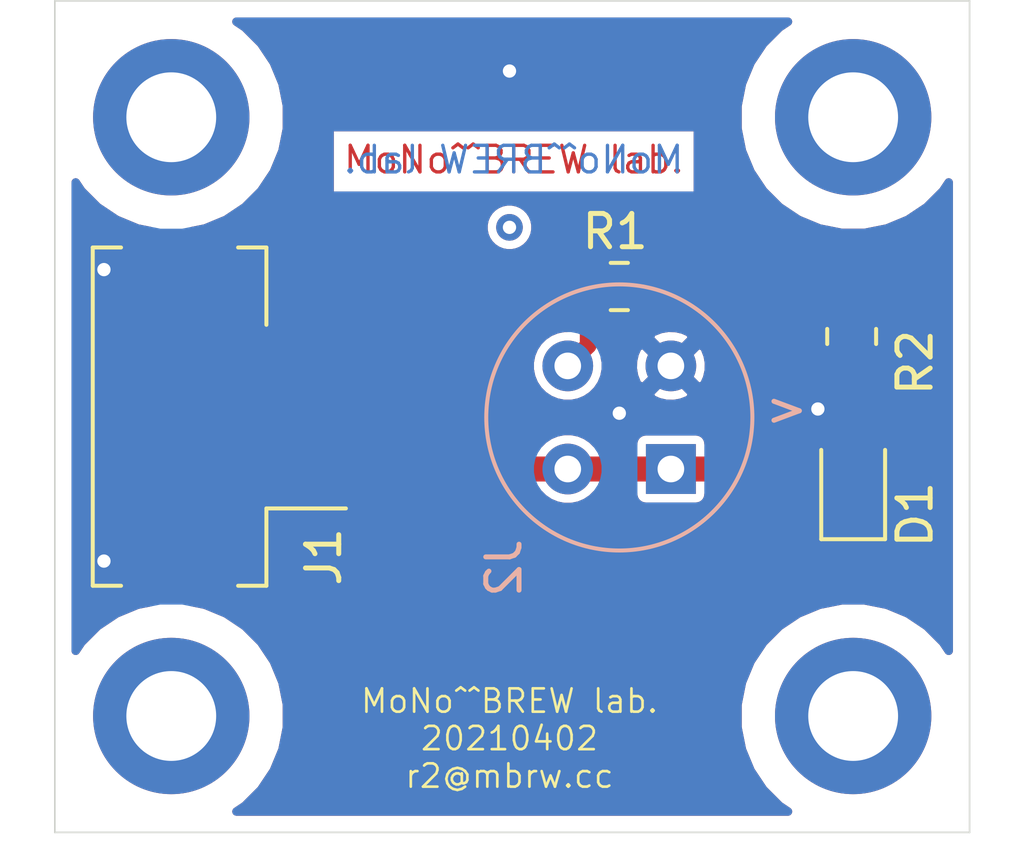
<source format=kicad_pcb>
(kicad_pcb (version 20171130) (host pcbnew 5.1.9)

  (general
    (thickness 1.6)
    (drawings 8)
    (tracks 26)
    (zones 0)
    (modules 9)
    (nets 5)
  )

  (page A4)
  (layers
    (0 F.Cu signal)
    (31 B.Cu jumper)
    (32 B.Adhes user)
    (33 F.Adhes user)
    (34 B.Paste user)
    (35 F.Paste user)
    (36 B.SilkS user)
    (37 F.SilkS user)
    (38 B.Mask user)
    (39 F.Mask user)
    (40 Dwgs.User user)
    (41 Cmts.User user)
    (42 Eco1.User user)
    (43 Eco2.User user)
    (44 Edge.Cuts user)
    (45 Margin user)
    (46 B.CrtYd user)
    (47 F.CrtYd user)
    (48 B.Fab user)
    (49 F.Fab user)
  )

  (setup
    (last_trace_width 0.5)
    (trace_clearance 0.2)
    (zone_clearance 0.254)
    (zone_45_only no)
    (trace_min 0.2)
    (via_size 0.8)
    (via_drill 0.4)
    (via_min_size 0.4)
    (via_min_drill 0.3)
    (uvia_size 0.3)
    (uvia_drill 0.1)
    (uvias_allowed no)
    (uvia_min_size 0.2)
    (uvia_min_drill 0.1)
    (edge_width 0.05)
    (segment_width 0.2)
    (pcb_text_width 0.3)
    (pcb_text_size 1.5 1.5)
    (mod_edge_width 0.12)
    (mod_text_size 1 1)
    (mod_text_width 0.15)
    (pad_size 2.49936 2.49936)
    (pad_drill 1.00076)
    (pad_to_mask_clearance 0)
    (aux_axis_origin 116.433 162.928)
    (grid_origin 104.013 93.853)
    (visible_elements FFFFFF7F)
    (pcbplotparams
      (layerselection 0x010f0_ffffffff)
      (usegerberextensions false)
      (usegerberattributes false)
      (usegerberadvancedattributes false)
      (creategerberjobfile false)
      (excludeedgelayer true)
      (linewidth 0.100000)
      (plotframeref false)
      (viasonmask false)
      (mode 1)
      (useauxorigin false)
      (hpglpennumber 1)
      (hpglpenspeed 20)
      (hpglpendiameter 15.000000)
      (psnegative false)
      (psa4output false)
      (plotreference true)
      (plotvalue true)
      (plotinvisibletext false)
      (padsonsilk false)
      (subtractmaskfromsilk false)
      (outputformat 1)
      (mirror false)
      (drillshape 0)
      (scaleselection 1)
      (outputdirectory "HOLDER_SMOKE_PCBWAY_20210110"))
  )

  (net 0 "")
  (net 1 GND)
  (net 2 /SIGNAL)
  (net 3 +5V)
  (net 4 "Net-(D1-Pad2)")

  (net_class Default "This is the default net class."
    (clearance 0.2)
    (trace_width 0.5)
    (via_dia 0.8)
    (via_drill 0.4)
    (uvia_dia 0.3)
    (uvia_drill 0.1)
    (add_net +5V)
    (add_net /SIGNAL)
    (add_net GND)
    (add_net "Net-(D1-Pad2)")
  )

  (module Resistor_SMD:R_0805_2012Metric (layer F.Cu) (tedit 5F68FEEE) (tstamp 5FEBD602)
    (at 124.968 100.943 90)
    (descr "Resistor SMD 0805 (2012 Metric), square (rectangular) end terminal, IPC_7351 nominal, (Body size source: IPC-SM-782 page 72, https://www.pcb-3d.com/wordpress/wp-content/uploads/ipc-sm-782a_amendment_1_and_2.pdf), generated with kicad-footprint-generator")
    (tags resistor)
    (path /5FEBEE2B)
    (attr smd)
    (fp_text reference R2 (at -0.784 1.905 270) (layer F.SilkS)
      (effects (font (size 1 1) (thickness 0.15)))
    )
    (fp_text value 330R (at 0 1.65 90) (layer F.Fab)
      (effects (font (size 1 1) (thickness 0.15)))
    )
    (fp_line (start 1.68 0.95) (end -1.68 0.95) (layer F.CrtYd) (width 0.05))
    (fp_line (start 1.68 -0.95) (end 1.68 0.95) (layer F.CrtYd) (width 0.05))
    (fp_line (start -1.68 -0.95) (end 1.68 -0.95) (layer F.CrtYd) (width 0.05))
    (fp_line (start -1.68 0.95) (end -1.68 -0.95) (layer F.CrtYd) (width 0.05))
    (fp_line (start -0.227064 0.735) (end 0.227064 0.735) (layer F.SilkS) (width 0.12))
    (fp_line (start -0.227064 -0.735) (end 0.227064 -0.735) (layer F.SilkS) (width 0.12))
    (fp_line (start 1 0.625) (end -1 0.625) (layer F.Fab) (width 0.1))
    (fp_line (start 1 -0.625) (end 1 0.625) (layer F.Fab) (width 0.1))
    (fp_line (start -1 -0.625) (end 1 -0.625) (layer F.Fab) (width 0.1))
    (fp_line (start -1 0.625) (end -1 -0.625) (layer F.Fab) (width 0.1))
    (fp_text user %R (at 0 0 90) (layer F.Fab)
      (effects (font (size 0.5 0.5) (thickness 0.08)))
    )
    (pad 2 smd roundrect (at 0.9125 0 90) (size 1.025 1.4) (layers F.Cu F.Paste F.Mask) (roundrect_rratio 0.2439004878048781)
      (net 3 +5V))
    (pad 1 smd roundrect (at -0.9125 0 90) (size 1.025 1.4) (layers F.Cu F.Paste F.Mask) (roundrect_rratio 0.2439004878048781)
      (net 4 "Net-(D1-Pad2)"))
    (model ${KISYS3DMOD}/Resistor_SMD.3dshapes/R_0805_2012Metric.wrl
      (at (xyz 0 0 0))
      (scale (xyz 1 1 1))
      (rotate (xyz 0 0 0))
    )
  )

  (module LED_SMD:LED_0805_2012Metric (layer F.Cu) (tedit 5F68FEF1) (tstamp 5FEBD539)
    (at 125.013 105.353 90)
    (descr "LED SMD 0805 (2012 Metric), square (rectangular) end terminal, IPC_7351 nominal, (Body size source: https://docs.google.com/spreadsheets/d/1BsfQQcO9C6DZCsRaXUlFlo91Tg2WpOkGARC1WS5S8t0/edit?usp=sharing), generated with kicad-footprint-generator")
    (tags LED)
    (path /5FEBE595)
    (attr smd)
    (fp_text reference D1 (at -0.946 1.86 90) (layer F.SilkS)
      (effects (font (size 1 1) (thickness 0.15)))
    )
    (fp_text value "LED RED" (at 0 1.65 90) (layer F.Fab)
      (effects (font (size 1 1) (thickness 0.15)))
    )
    (fp_line (start 1.68 0.95) (end -1.68 0.95) (layer F.CrtYd) (width 0.05))
    (fp_line (start 1.68 -0.95) (end 1.68 0.95) (layer F.CrtYd) (width 0.05))
    (fp_line (start -1.68 -0.95) (end 1.68 -0.95) (layer F.CrtYd) (width 0.05))
    (fp_line (start -1.68 0.95) (end -1.68 -0.95) (layer F.CrtYd) (width 0.05))
    (fp_line (start -1.685 0.96) (end 1 0.96) (layer F.SilkS) (width 0.12))
    (fp_line (start -1.685 -0.96) (end -1.685 0.96) (layer F.SilkS) (width 0.12))
    (fp_line (start 1 -0.96) (end -1.685 -0.96) (layer F.SilkS) (width 0.12))
    (fp_line (start 1 0.6) (end 1 -0.6) (layer F.Fab) (width 0.1))
    (fp_line (start -1 0.6) (end 1 0.6) (layer F.Fab) (width 0.1))
    (fp_line (start -1 -0.3) (end -1 0.6) (layer F.Fab) (width 0.1))
    (fp_line (start -0.7 -0.6) (end -1 -0.3) (layer F.Fab) (width 0.1))
    (fp_line (start 1 -0.6) (end -0.7 -0.6) (layer F.Fab) (width 0.1))
    (fp_text user %R (at 0 0 90) (layer F.Fab)
      (effects (font (size 0.5 0.5) (thickness 0.08)))
    )
    (pad 2 smd roundrect (at 0.9375 0 90) (size 0.975 1.4) (layers F.Cu F.Paste F.Mask) (roundrect_rratio 0.25)
      (net 4 "Net-(D1-Pad2)"))
    (pad 1 smd roundrect (at -0.9375 0 90) (size 0.975 1.4) (layers F.Cu F.Paste F.Mask) (roundrect_rratio 0.25)
      (net 1 GND))
    (model ${KISYS3DMOD}/LED_SMD.3dshapes/LED_0805_2012Metric.wrl
      (at (xyz 0 0 0))
      (scale (xyz 1 1 1))
      (rotate (xyz 0 0 0))
    )
  )

  (module Connector_JST:JST_PH_B3B-PH-SM4-TB_1x03-1MP_P2.00mm_Vertical (layer F.Cu) (tedit 5B78AD87) (tstamp 5D7907DF)
    (at 106.513 103.353 90)
    (descr "JST PH series connector, B3B-PH-SM4-TB (http://www.jst-mfg.com/product/pdf/eng/ePH.pdf), generated with kicad-footprint-generator")
    (tags "connector JST PH side entry")
    (path /5D792D59)
    (attr smd)
    (fp_text reference J1 (at -4.216 2.58 90) (layer F.SilkS)
      (effects (font (size 1 1) (thickness 0.15)))
    )
    (fp_text value Conn_01x03 (at 0 4.45 90) (layer F.Fab)
      (effects (font (size 1 1) (thickness 0.15)))
    )
    (fp_line (start -2 0.042893) (end -1.5 0.75) (layer F.Fab) (width 0.1))
    (fp_line (start -2.5 0.75) (end -2 0.042893) (layer F.Fab) (width 0.1))
    (fp_line (start 5.7 -4.75) (end -5.7 -4.75) (layer F.CrtYd) (width 0.05))
    (fp_line (start 5.7 3.75) (end 5.7 -4.75) (layer F.CrtYd) (width 0.05))
    (fp_line (start -5.7 3.75) (end 5.7 3.75) (layer F.CrtYd) (width 0.05))
    (fp_line (start -5.7 -4.75) (end -5.7 3.75) (layer F.CrtYd) (width 0.05))
    (fp_line (start 2.25 -2.75) (end 1.75 -2.75) (layer F.Fab) (width 0.1))
    (fp_line (start 2.25 -2.25) (end 2.25 -2.75) (layer F.Fab) (width 0.1))
    (fp_line (start 1.75 -2.25) (end 2.25 -2.25) (layer F.Fab) (width 0.1))
    (fp_line (start 1.75 -2.75) (end 1.75 -2.25) (layer F.Fab) (width 0.1))
    (fp_line (start 0.25 -2.75) (end -0.25 -2.75) (layer F.Fab) (width 0.1))
    (fp_line (start 0.25 -2.25) (end 0.25 -2.75) (layer F.Fab) (width 0.1))
    (fp_line (start -0.25 -2.25) (end 0.25 -2.25) (layer F.Fab) (width 0.1))
    (fp_line (start -0.25 -2.75) (end -0.25 -2.25) (layer F.Fab) (width 0.1))
    (fp_line (start -1.75 -2.75) (end -2.25 -2.75) (layer F.Fab) (width 0.1))
    (fp_line (start -1.75 -2.25) (end -1.75 -2.75) (layer F.Fab) (width 0.1))
    (fp_line (start -2.25 -2.25) (end -1.75 -2.25) (layer F.Fab) (width 0.1))
    (fp_line (start -2.25 -2.75) (end -2.25 -2.25) (layer F.Fab) (width 0.1))
    (fp_line (start 4.975 0.75) (end 4.975 -4.25) (layer F.Fab) (width 0.1))
    (fp_line (start -4.975 0.75) (end -4.975 -4.25) (layer F.Fab) (width 0.1))
    (fp_line (start -4.975 -4.25) (end 4.975 -4.25) (layer F.Fab) (width 0.1))
    (fp_line (start 5.085 -4.36) (end 5.085 -3.51) (layer F.SilkS) (width 0.12))
    (fp_line (start -5.085 -4.36) (end 5.085 -4.36) (layer F.SilkS) (width 0.12))
    (fp_line (start -5.085 -3.51) (end -5.085 -4.36) (layer F.SilkS) (width 0.12))
    (fp_line (start 5.085 0.86) (end 2.76 0.86) (layer F.SilkS) (width 0.12))
    (fp_line (start 5.085 0.01) (end 5.085 0.86) (layer F.SilkS) (width 0.12))
    (fp_line (start -2.76 0.86) (end -2.76 3.25) (layer F.SilkS) (width 0.12))
    (fp_line (start -5.085 0.86) (end -2.76 0.86) (layer F.SilkS) (width 0.12))
    (fp_line (start -5.085 0.01) (end -5.085 0.86) (layer F.SilkS) (width 0.12))
    (fp_line (start -4.975 0.75) (end 4.975 0.75) (layer F.Fab) (width 0.1))
    (fp_text user %R (at 0 -1 90) (layer F.Fab)
      (effects (font (size 1 1) (thickness 0.15)))
    )
    (pad MP smd roundrect (at 4.4 -1.75 90) (size 1.6 3) (layers F.Cu F.Paste F.Mask) (roundrect_rratio 0.15625))
    (pad MP smd roundrect (at -4.4 -1.75 90) (size 1.6 3) (layers F.Cu F.Paste F.Mask) (roundrect_rratio 0.15625))
    (pad 3 smd roundrect (at 2 0.5 90) (size 1 5.5) (layers F.Cu F.Paste F.Mask) (roundrect_rratio 0.25)
      (net 1 GND))
    (pad 2 smd roundrect (at 0 0.5 90) (size 1 5.5) (layers F.Cu F.Paste F.Mask) (roundrect_rratio 0.25)
      (net 2 /SIGNAL))
    (pad 1 smd roundrect (at -2 0.5 90) (size 1 5.5) (layers F.Cu F.Paste F.Mask) (roundrect_rratio 0.25)
      (net 3 +5V))
    (model ${KISYS3DMOD}/Connector_JST.3dshapes/JST_PH_B3B-PH-SM4-TB_1x03-1MP_P2.00mm_Vertical.wrl
      (at (xyz 0 0 0))
      (scale (xyz 1 1 1))
      (rotate (xyz 0 0 0))
    )
  )

  (module MountingHole:MountingHole_2.7mm_M2.5_DIN965_Pad (layer F.Cu) (tedit 56D1B4CB) (tstamp 5D792618)
    (at 125.013 112.353)
    (descr "Mounting Hole 2.7mm, M2.5, DIN965")
    (tags "mounting hole 2.7mm m2.5 din965")
    (path /5D795B68)
    (clearance 1)
    (attr virtual)
    (fp_text reference H4 (at 0 -3.35) (layer F.SilkS) hide
      (effects (font (size 1 1) (thickness 0.15)))
    )
    (fp_text value MountingHole (at 0 3.35) (layer F.Fab)
      (effects (font (size 1 1) (thickness 0.15)))
    )
    (fp_circle (center 0 0) (end 2.6 0) (layer F.CrtYd) (width 0.05))
    (fp_circle (center 0 0) (end 2.35 0) (layer Cmts.User) (width 0.15))
    (fp_text user %R (at 0.3 0) (layer F.Fab)
      (effects (font (size 1 1) (thickness 0.15)))
    )
    (pad 1 thru_hole circle (at 0 0) (size 4.7 4.7) (drill 2.7) (layers *.Cu *.Mask))
  )

  (module MountingHole:MountingHole_2.7mm_M2.5_DIN965_Pad (layer F.Cu) (tedit 56D1B4CB) (tstamp 5D792610)
    (at 125.013 94.353)
    (descr "Mounting Hole 2.7mm, M2.5, DIN965")
    (tags "mounting hole 2.7mm m2.5 din965")
    (path /5D7959A7)
    (clearance 1)
    (attr virtual)
    (fp_text reference H3 (at 0 -3.35) (layer F.SilkS) hide
      (effects (font (size 1 1) (thickness 0.15)))
    )
    (fp_text value MountingHole (at 0 3.35) (layer F.Fab)
      (effects (font (size 1 1) (thickness 0.15)))
    )
    (fp_circle (center 0 0) (end 2.6 0) (layer F.CrtYd) (width 0.05))
    (fp_circle (center 0 0) (end 2.35 0) (layer Cmts.User) (width 0.15))
    (fp_text user %R (at 0.3 0) (layer F.Fab)
      (effects (font (size 1 1) (thickness 0.15)))
    )
    (pad 1 thru_hole circle (at 0 0) (size 4.7 4.7) (drill 2.7) (layers *.Cu *.Mask))
  )

  (module MountingHole:MountingHole_2.7mm_M2.5_DIN965_Pad (layer F.Cu) (tedit 56D1B4CB) (tstamp 5D7926CE)
    (at 104.513 112.353)
    (descr "Mounting Hole 2.7mm, M2.5, DIN965")
    (tags "mounting hole 2.7mm m2.5 din965")
    (path /5D795702)
    (clearance 1)
    (attr virtual)
    (fp_text reference H2 (at 0 -3.35) (layer F.SilkS) hide
      (effects (font (size 1 1) (thickness 0.15)))
    )
    (fp_text value MountingHole (at 0 3.35) (layer F.Fab)
      (effects (font (size 1 1) (thickness 0.15)))
    )
    (fp_circle (center 0 0) (end 2.6 0) (layer F.CrtYd) (width 0.05))
    (fp_circle (center 0 0) (end 2.35 0) (layer Cmts.User) (width 0.15))
    (fp_text user %R (at 0.3 0) (layer F.Fab)
      (effects (font (size 1 1) (thickness 0.15)))
    )
    (pad 1 thru_hole circle (at 0 0) (size 4.7 4.7) (drill 2.7) (layers *.Cu *.Mask))
  )

  (module MountingHole:MountingHole_2.7mm_M2.5_DIN965_Pad (layer F.Cu) (tedit 56D1B4CB) (tstamp 5D792600)
    (at 104.513 94.353)
    (descr "Mounting Hole 2.7mm, M2.5, DIN965")
    (tags "mounting hole 2.7mm m2.5 din965")
    (path /5D794FA4)
    (clearance 1)
    (attr virtual)
    (fp_text reference H1 (at 0 -3.35) (layer F.SilkS) hide
      (effects (font (size 1 1) (thickness 0.15)))
    )
    (fp_text value MountingHole (at 0 3.35) (layer F.Fab)
      (effects (font (size 1 1) (thickness 0.15)))
    )
    (fp_circle (center 0 0) (end 2.6 0) (layer F.CrtYd) (width 0.05))
    (fp_circle (center 0 0) (end 2.35 0) (layer Cmts.User) (width 0.15))
    (fp_text user %R (at 0.3 0) (layer F.Fab)
      (effects (font (size 1 1) (thickness 0.15)))
    )
    (pad 1 thru_hole circle (at 0 0) (size 4.7 4.7) (drill 2.7) (layers *.Cu *.Mask))
  )

  (module Resistor_SMD:R_0805_2012Metric (layer F.Cu) (tedit 5B36C52B) (tstamp 6063C38B)
    (at 117.983 99.441 180)
    (descr "Resistor SMD 0805 (2012 Metric), square (rectangular) end terminal, IPC_7351 nominal, (Body size source: https://docs.google.com/spreadsheets/d/1BsfQQcO9C6DZCsRaXUlFlo91Tg2WpOkGARC1WS5S8t0/edit?usp=sharing), generated with kicad-footprint-generator")
    (tags resistor)
    (path /5D78C71F)
    (attr smd)
    (fp_text reference R1 (at 0.127 1.651) (layer F.SilkS)
      (effects (font (size 1 1) (thickness 0.15)))
    )
    (fp_text value R (at 0 1.65) (layer F.Fab)
      (effects (font (size 1 1) (thickness 0.15)))
    )
    (fp_line (start 1.68 0.95) (end -1.68 0.95) (layer F.CrtYd) (width 0.05))
    (fp_line (start 1.68 -0.95) (end 1.68 0.95) (layer F.CrtYd) (width 0.05))
    (fp_line (start -1.68 -0.95) (end 1.68 -0.95) (layer F.CrtYd) (width 0.05))
    (fp_line (start -1.68 0.95) (end -1.68 -0.95) (layer F.CrtYd) (width 0.05))
    (fp_line (start -0.258578 0.71) (end 0.258578 0.71) (layer F.SilkS) (width 0.12))
    (fp_line (start -0.258578 -0.71) (end 0.258578 -0.71) (layer F.SilkS) (width 0.12))
    (fp_line (start 1 0.6) (end -1 0.6) (layer F.Fab) (width 0.1))
    (fp_line (start 1 -0.6) (end 1 0.6) (layer F.Fab) (width 0.1))
    (fp_line (start -1 -0.6) (end 1 -0.6) (layer F.Fab) (width 0.1))
    (fp_line (start -1 0.6) (end -1 -0.6) (layer F.Fab) (width 0.1))
    (fp_text user %R (at 0 0) (layer F.Fab)
      (effects (font (size 0.5 0.5) (thickness 0.08)))
    )
    (pad 2 smd roundrect (at 0.9375 0 180) (size 0.975 1.4) (layers F.Cu F.Paste F.Mask) (roundrect_rratio 0.25)
      (net 2 /SIGNAL))
    (pad 1 smd roundrect (at -0.9375 0 180) (size 0.975 1.4) (layers F.Cu F.Paste F.Mask) (roundrect_rratio 0.25)
      (net 1 GND))
    (model ${KISYS3DMOD}/Resistor_SMD.3dshapes/R_0805_2012Metric.wrl
      (at (xyz 0 0 0))
      (scale (xyz 1 1 1))
      (rotate (xyz 0 0 0))
    )
  )

  (module RESPIRECO:MP801 (layer B.Cu) (tedit 5D78B472) (tstamp 5D7907E9)
    (at 117.983 103.378 90)
    (path /5D78D2B7)
    (fp_text reference J2 (at -4.525 -3.47 270) (layer B.SilkS)
      (effects (font (size 1 1) (thickness 0.15)) (justify mirror))
    )
    (fp_text value MP801 (at 0 0.5 270) (layer B.Fab)
      (effects (font (size 1 1) (thickness 0.15)) (justify mirror))
    )
    (fp_circle (center 0 0) (end 4 0) (layer B.SilkS) (width 0.12))
    (fp_circle (center 0 0) (end 4.7 0) (layer B.CrtYd) (width 0.1))
    (pad 4 thru_hole circle (at 1.55 -1.55 90) (size 1.524 1.524) (drill 0.8) (layers *.Cu *.Mask)
      (net 2 /SIGNAL))
    (pad 3 thru_hole circle (at -1.55 -1.55 90) (size 1.524 1.524) (drill 0.8) (layers *.Cu *.Mask)
      (net 3 +5V))
    (pad 2 thru_hole circle (at 1.55 1.55 90) (size 1.524 1.524) (drill 0.8) (layers *.Cu *.Mask)
      (net 1 GND))
    (pad 1 thru_hole rect (at -1.55 1.55 90) (size 1.5 1.5) (drill 0.8) (layers *.Cu *.Mask)
      (net 3 +5V))
  )

  (gr_text "MoNo^^BREW lab." (at 114.808 95.631) (layer F.Cu) (tstamp 606941E9)
    (effects (font (size 0.8 0.8) (thickness 0.1)))
  )
  (gr_text "MoNo^^BREW lab." (at 114.808 95.631) (layer B.Cu)
    (effects (font (size 0.8 0.8) (thickness 0.1)) (justify mirror))
  )
  (gr_text "MoNo^^BREW lab.\n20210402\nr2@mbrw.cc" (at 114.681 113.03) (layer F.SilkS)
    (effects (font (size 0.7 0.7) (thickness 0.08)))
  )
  (gr_text > (at 123.013 103.251 180) (layer B.SilkS)
    (effects (font (size 1 1) (thickness 0.15)) (justify mirror))
  )
  (gr_line (start 101.013 115.853) (end 101.013 90.853) (layer Edge.Cuts) (width 0.05) (tstamp 5D790A75))
  (gr_line (start 128.513 115.853) (end 101.013 115.853) (layer Edge.Cuts) (width 0.05))
  (gr_line (start 128.513 90.853) (end 128.513 115.853) (layer Edge.Cuts) (width 0.05))
  (gr_line (start 101.013 90.853) (end 128.513 90.853) (layer Edge.Cuts) (width 0.05))

  (via (at 114.681 97.663) (size 0.8) (drill 0.4) (layers F.Cu B.Cu) (net 0))
  (via (at 102.489 98.933) (size 0.8) (drill 0.4) (layers F.Cu B.Cu) (net 1))
  (via (at 102.489 107.696) (size 0.8) (drill 0.4) (layers F.Cu B.Cu) (net 1))
  (via (at 117.983 103.251) (size 0.8) (drill 0.4) (layers F.Cu B.Cu) (net 1))
  (via (at 114.681 92.964) (size 0.8) (drill 0.4) (layers F.Cu B.Cu) (net 1))
  (via (at 123.952 103.124) (size 0.8) (drill 0.4) (layers F.Cu B.Cu) (net 1))
  (segment (start 117.0455 101.2155) (end 116.433 101.828) (width 0.5) (layer F.Cu) (net 2))
  (segment (start 117.0455 99.441) (end 117.0455 101.2155) (width 0.5) (layer F.Cu) (net 2))
  (segment (start 103.81299 100.813044) (end 104.423024 100.20301) (width 0.5) (layer F.Cu) (net 2))
  (segment (start 103.81299 102.90299) (end 103.81299 100.813044) (width 0.5) (layer F.Cu) (net 2))
  (segment (start 104.263 103.353) (end 103.81299 102.90299) (width 0.5) (layer F.Cu) (net 2))
  (segment (start 104.423024 100.20301) (end 114.68099 100.20301) (width 0.5) (layer F.Cu) (net 2))
  (segment (start 107.013 103.353) (end 104.263 103.353) (width 0.5) (layer F.Cu) (net 2))
  (segment (start 115.443 99.441) (end 117.0455 99.441) (width 0.5) (layer F.Cu) (net 2))
  (segment (start 114.68099 100.20301) (end 115.443 99.441) (width 0.5) (layer F.Cu) (net 2))
  (segment (start 107.013 105.353) (end 113.849 105.353) (width 0.75) (layer F.Cu) (net 3))
  (segment (start 114.274 104.928) (end 116.433 104.928) (width 0.75) (layer F.Cu) (net 3))
  (segment (start 113.849 105.353) (end 114.274 104.928) (width 0.75) (layer F.Cu) (net 3))
  (segment (start 116.433 104.928) (end 119.533 104.928) (width 0.75) (layer F.Cu) (net 3))
  (segment (start 122.8545 100.0305) (end 124.968 100.0305) (width 0.75) (layer F.Cu) (net 3))
  (segment (start 122.047 100.838) (end 122.8545 100.0305) (width 0.75) (layer F.Cu) (net 3))
  (segment (start 122.047 104.14) (end 122.047 100.838) (width 0.75) (layer F.Cu) (net 3))
  (segment (start 121.259 104.928) (end 122.047 104.14) (width 0.75) (layer F.Cu) (net 3))
  (segment (start 119.533 104.928) (end 121.259 104.928) (width 0.75) (layer F.Cu) (net 3))
  (segment (start 124.968 104.3705) (end 125.013 104.4155) (width 0.5) (layer F.Cu) (net 4))
  (segment (start 124.968 101.8555) (end 124.968 104.3705) (width 0.5) (layer F.Cu) (net 4))

  (zone (net 1) (net_name GND) (layer F.Cu) (tstamp 60694492) (hatch edge 0.508)
    (connect_pads (clearance 0.254))
    (min_thickness 0.254)
    (fill yes (arc_segments 32) (thermal_gap 0.254) (thermal_bridge_width 0.508))
    (polygon
      (pts
        (xy 101.513 91.353) (xy 128.013 91.353) (xy 128.013 115.353) (xy 101.513 115.353)
      )
    )
    (filled_polygon
      (pts
        (xy 122.796542 91.652238) (xy 122.312238 92.136542) (xy 121.931722 92.706023) (xy 121.669619 93.338796) (xy 121.536 94.010545)
        (xy 121.536 94.695455) (xy 121.669619 95.367204) (xy 121.931722 95.999977) (xy 122.312238 96.569458) (xy 122.796542 97.053762)
        (xy 123.366023 97.434278) (xy 123.998796 97.696381) (xy 124.670545 97.83) (xy 125.355455 97.83) (xy 126.027204 97.696381)
        (xy 126.659977 97.434278) (xy 127.229458 97.053762) (xy 127.713762 96.569458) (xy 127.886 96.311686) (xy 127.886 110.394314)
        (xy 127.713762 110.136542) (xy 127.229458 109.652238) (xy 126.659977 109.271722) (xy 126.027204 109.009619) (xy 125.355455 108.876)
        (xy 124.670545 108.876) (xy 123.998796 109.009619) (xy 123.366023 109.271722) (xy 122.796542 109.652238) (xy 122.312238 110.136542)
        (xy 121.931722 110.706023) (xy 121.669619 111.338796) (xy 121.536 112.010545) (xy 121.536 112.695455) (xy 121.669619 113.367204)
        (xy 121.931722 113.999977) (xy 122.312238 114.569458) (xy 122.796542 115.053762) (xy 123.054314 115.226) (xy 106.471686 115.226)
        (xy 106.729458 115.053762) (xy 107.213762 114.569458) (xy 107.594278 113.999977) (xy 107.856381 113.367204) (xy 107.99 112.695455)
        (xy 107.99 112.010545) (xy 107.856381 111.338796) (xy 107.594278 110.706023) (xy 107.213762 110.136542) (xy 106.729458 109.652238)
        (xy 106.159977 109.271722) (xy 105.527204 109.009619) (xy 105.156306 108.935843) (xy 106.013 108.935843) (xy 106.136462 108.923683)
        (xy 106.255179 108.887671) (xy 106.364589 108.82919) (xy 106.460488 108.750488) (xy 106.53919 108.654589) (xy 106.597671 108.545179)
        (xy 106.633683 108.426462) (xy 106.645843 108.303) (xy 106.645843 107.203) (xy 106.633683 107.079538) (xy 106.597671 106.960821)
        (xy 106.53919 106.851411) (xy 106.478944 106.778) (xy 123.930157 106.778) (xy 123.937513 106.852689) (xy 123.959299 106.924508)
        (xy 123.994678 106.990696) (xy 124.042289 107.048711) (xy 124.100304 107.096322) (xy 124.166492 107.131701) (xy 124.238311 107.153487)
        (xy 124.313 107.160843) (xy 124.79075 107.159) (xy 124.886 107.06375) (xy 124.886 106.4175) (xy 125.14 106.4175)
        (xy 125.14 107.06375) (xy 125.23525 107.159) (xy 125.713 107.160843) (xy 125.787689 107.153487) (xy 125.859508 107.131701)
        (xy 125.925696 107.096322) (xy 125.983711 107.048711) (xy 126.031322 106.990696) (xy 126.066701 106.924508) (xy 126.088487 106.852689)
        (xy 126.095843 106.778) (xy 126.094 106.51275) (xy 125.99875 106.4175) (xy 125.14 106.4175) (xy 124.886 106.4175)
        (xy 124.02725 106.4175) (xy 123.932 106.51275) (xy 123.930157 106.778) (xy 106.478944 106.778) (xy 106.460488 106.755512)
        (xy 106.364589 106.67681) (xy 106.255179 106.618329) (xy 106.136462 106.582317) (xy 106.013 106.570157) (xy 103.513 106.570157)
        (xy 103.389538 106.582317) (xy 103.270821 106.618329) (xy 103.161411 106.67681) (xy 103.065512 106.755512) (xy 102.98681 106.851411)
        (xy 102.928329 106.960821) (xy 102.892317 107.079538) (xy 102.880157 107.203) (xy 102.880157 108.303) (xy 102.892317 108.426462)
        (xy 102.928329 108.545179) (xy 102.98681 108.654589) (xy 103.065512 108.750488) (xy 103.161411 108.82919) (xy 103.270821 108.887671)
        (xy 103.389538 108.923683) (xy 103.513 108.935843) (xy 103.869694 108.935843) (xy 103.498796 109.009619) (xy 102.866023 109.271722)
        (xy 102.296542 109.652238) (xy 101.812238 110.136542) (xy 101.64 110.394314) (xy 101.64 105.103) (xy 103.880157 105.103)
        (xy 103.880157 105.603) (xy 103.892317 105.726462) (xy 103.928329 105.845179) (xy 103.98681 105.954589) (xy 104.065512 106.050488)
        (xy 104.161411 106.12919) (xy 104.270821 106.187671) (xy 104.389538 106.223683) (xy 104.513 106.235843) (xy 109.513 106.235843)
        (xy 109.636462 106.223683) (xy 109.755179 106.187671) (xy 109.864589 106.12919) (xy 109.889191 106.109) (xy 113.811871 106.109)
        (xy 113.849 106.112657) (xy 113.886129 106.109) (xy 113.997202 106.09806) (xy 114.139708 106.054832) (xy 114.271043 105.984632)
        (xy 114.386159 105.890159) (xy 114.409837 105.861307) (xy 114.587144 105.684) (xy 115.572554 105.684) (xy 115.70438 105.815826)
        (xy 115.891587 105.940913) (xy 116.099599 106.027075) (xy 116.320424 106.071) (xy 116.545576 106.071) (xy 116.766401 106.027075)
        (xy 116.974413 105.940913) (xy 117.16162 105.815826) (xy 117.293446 105.684) (xy 118.400748 105.684) (xy 118.407513 105.752689)
        (xy 118.429299 105.824508) (xy 118.464678 105.890696) (xy 118.512289 105.948711) (xy 118.570304 105.996322) (xy 118.636492 106.031701)
        (xy 118.708311 106.053487) (xy 118.783 106.060843) (xy 120.283 106.060843) (xy 120.357689 106.053487) (xy 120.429508 106.031701)
        (xy 120.495696 105.996322) (xy 120.553711 105.948711) (xy 120.601322 105.890696) (xy 120.636701 105.824508) (xy 120.643225 105.803)
        (xy 123.930157 105.803) (xy 123.932 106.06825) (xy 124.02725 106.1635) (xy 124.886 106.1635) (xy 124.886 105.51725)
        (xy 125.14 105.51725) (xy 125.14 106.1635) (xy 125.99875 106.1635) (xy 126.094 106.06825) (xy 126.095843 105.803)
        (xy 126.088487 105.728311) (xy 126.066701 105.656492) (xy 126.031322 105.590304) (xy 125.983711 105.532289) (xy 125.925696 105.484678)
        (xy 125.859508 105.449299) (xy 125.787689 105.427513) (xy 125.713 105.420157) (xy 125.23525 105.422) (xy 125.14 105.51725)
        (xy 124.886 105.51725) (xy 124.79075 105.422) (xy 124.313 105.420157) (xy 124.238311 105.427513) (xy 124.166492 105.449299)
        (xy 124.100304 105.484678) (xy 124.042289 105.532289) (xy 123.994678 105.590304) (xy 123.959299 105.656492) (xy 123.937513 105.728311)
        (xy 123.930157 105.803) (xy 120.643225 105.803) (xy 120.658487 105.752689) (xy 120.665252 105.684) (xy 121.221871 105.684)
        (xy 121.259 105.687657) (xy 121.296129 105.684) (xy 121.407202 105.67306) (xy 121.549708 105.629832) (xy 121.681043 105.559632)
        (xy 121.796159 105.465159) (xy 121.819838 105.436306) (xy 122.555312 104.700832) (xy 122.584159 104.677159) (xy 122.678632 104.562043)
        (xy 122.748832 104.430708) (xy 122.79206 104.288202) (xy 122.798415 104.223683) (xy 122.806657 104.140001) (xy 122.803 104.102872)
        (xy 122.803 101.592998) (xy 123.885157 101.592998) (xy 123.885157 102.118002) (xy 123.897317 102.241463) (xy 123.933329 102.36018)
        (xy 123.99181 102.46959) (xy 124.070512 102.565488) (xy 124.16641 102.64419) (xy 124.27582 102.702671) (xy 124.337 102.72123)
        (xy 124.337001 103.586776) (xy 124.316963 103.592854) (xy 124.208634 103.650757) (xy 124.113682 103.728682) (xy 124.035757 103.823634)
        (xy 123.977854 103.931963) (xy 123.942197 104.049508) (xy 123.930157 104.17175) (xy 123.930157 104.65925) (xy 123.942197 104.781492)
        (xy 123.977854 104.899037) (xy 124.035757 105.007366) (xy 124.113682 105.102318) (xy 124.208634 105.180243) (xy 124.316963 105.238146)
        (xy 124.434508 105.273803) (xy 124.55675 105.285843) (xy 125.46925 105.285843) (xy 125.591492 105.273803) (xy 125.709037 105.238146)
        (xy 125.817366 105.180243) (xy 125.912318 105.102318) (xy 125.990243 105.007366) (xy 126.048146 104.899037) (xy 126.083803 104.781492)
        (xy 126.095843 104.65925) (xy 126.095843 104.17175) (xy 126.083803 104.049508) (xy 126.048146 103.931963) (xy 125.990243 103.823634)
        (xy 125.912318 103.728682) (xy 125.817366 103.650757) (xy 125.709037 103.592854) (xy 125.599 103.559475) (xy 125.599 102.72123)
        (xy 125.66018 102.702671) (xy 125.76959 102.64419) (xy 125.865488 102.565488) (xy 125.94419 102.46959) (xy 126.002671 102.36018)
        (xy 126.038683 102.241463) (xy 126.050843 102.118002) (xy 126.050843 101.592998) (xy 126.038683 101.469537) (xy 126.002671 101.35082)
        (xy 125.94419 101.24141) (xy 125.865488 101.145512) (xy 125.76959 101.06681) (xy 125.66018 101.008329) (xy 125.541463 100.972317)
        (xy 125.418002 100.960157) (xy 124.517998 100.960157) (xy 124.394537 100.972317) (xy 124.27582 101.008329) (xy 124.16641 101.06681)
        (xy 124.070512 101.145512) (xy 123.99181 101.24141) (xy 123.933329 101.35082) (xy 123.897317 101.469537) (xy 123.885157 101.592998)
        (xy 122.803 101.592998) (xy 122.803 101.151144) (xy 123.167645 100.7865) (xy 124.126577 100.7865) (xy 124.16641 100.81919)
        (xy 124.27582 100.877671) (xy 124.394537 100.913683) (xy 124.517998 100.925843) (xy 125.418002 100.925843) (xy 125.541463 100.913683)
        (xy 125.66018 100.877671) (xy 125.76959 100.81919) (xy 125.865488 100.740488) (xy 125.94419 100.64459) (xy 126.002671 100.53518)
        (xy 126.038683 100.416463) (xy 126.050843 100.293002) (xy 126.050843 99.767998) (xy 126.038683 99.644537) (xy 126.002671 99.52582)
        (xy 125.94419 99.41641) (xy 125.865488 99.320512) (xy 125.76959 99.24181) (xy 125.66018 99.183329) (xy 125.541463 99.147317)
        (xy 125.418002 99.135157) (xy 124.517998 99.135157) (xy 124.394537 99.147317) (xy 124.27582 99.183329) (xy 124.16641 99.24181)
        (xy 124.126577 99.2745) (xy 122.891628 99.2745) (xy 122.854499 99.270843) (xy 122.706297 99.28544) (xy 122.663069 99.298553)
        (xy 122.563792 99.328668) (xy 122.432457 99.398868) (xy 122.317341 99.493341) (xy 122.293666 99.522189) (xy 121.538689 100.277167)
        (xy 121.509842 100.300841) (xy 121.415369 100.415957) (xy 121.370822 100.499299) (xy 121.345169 100.547292) (xy 121.30194 100.689799)
        (xy 121.287343 100.838) (xy 121.291001 100.875139) (xy 121.291 103.826855) (xy 120.945856 104.172) (xy 120.665252 104.172)
        (xy 120.658487 104.103311) (xy 120.636701 104.031492) (xy 120.601322 103.965304) (xy 120.553711 103.907289) (xy 120.495696 103.859678)
        (xy 120.429508 103.824299) (xy 120.357689 103.802513) (xy 120.283 103.795157) (xy 118.783 103.795157) (xy 118.708311 103.802513)
        (xy 118.636492 103.824299) (xy 118.570304 103.859678) (xy 118.512289 103.907289) (xy 118.464678 103.965304) (xy 118.429299 104.031492)
        (xy 118.407513 104.103311) (xy 118.400748 104.172) (xy 117.293446 104.172) (xy 117.16162 104.040174) (xy 116.974413 103.915087)
        (xy 116.766401 103.828925) (xy 116.545576 103.785) (xy 116.320424 103.785) (xy 116.099599 103.828925) (xy 115.891587 103.915087)
        (xy 115.70438 104.040174) (xy 115.572554 104.172) (xy 114.311129 104.172) (xy 114.274 104.168343) (xy 114.184807 104.177128)
        (xy 114.125798 104.18294) (xy 113.983292 104.226168) (xy 113.851957 104.296368) (xy 113.736841 104.390841) (xy 113.713166 104.419689)
        (xy 113.535855 104.597) (xy 109.889191 104.597) (xy 109.864589 104.57681) (xy 109.755179 104.518329) (xy 109.636462 104.482317)
        (xy 109.513 104.470157) (xy 104.513 104.470157) (xy 104.389538 104.482317) (xy 104.270821 104.518329) (xy 104.161411 104.57681)
        (xy 104.065512 104.655512) (xy 103.98681 104.751411) (xy 103.928329 104.860821) (xy 103.892317 104.979538) (xy 103.880157 105.103)
        (xy 101.64 105.103) (xy 101.64 96.311686) (xy 101.812238 96.569458) (xy 102.296542 97.053762) (xy 102.866023 97.434278)
        (xy 103.498796 97.696381) (xy 103.869694 97.770157) (xy 103.513 97.770157) (xy 103.389538 97.782317) (xy 103.270821 97.818329)
        (xy 103.161411 97.87681) (xy 103.065512 97.955512) (xy 102.98681 98.051411) (xy 102.928329 98.160821) (xy 102.892317 98.279538)
        (xy 102.880157 98.403) (xy 102.880157 99.503) (xy 102.892317 99.626462) (xy 102.928329 99.745179) (xy 102.98681 99.854589)
        (xy 103.065512 99.950488) (xy 103.161411 100.02919) (xy 103.270821 100.087671) (xy 103.389538 100.123683) (xy 103.513 100.135843)
        (xy 103.597823 100.135843) (xy 103.388722 100.344943) (xy 103.364648 100.364701) (xy 103.34489 100.388776) (xy 103.344887 100.388779)
        (xy 103.285794 100.460784) (xy 103.227201 100.570403) (xy 103.19112 100.689347) (xy 103.178938 100.813044) (xy 103.181991 100.844044)
        (xy 103.18199 102.871999) (xy 103.178938 102.90299) (xy 103.18199 102.93398) (xy 103.18199 102.933987) (xy 103.19112 103.026687)
        (xy 103.227201 103.145631) (xy 103.285794 103.25525) (xy 103.364647 103.351333) (xy 103.388727 103.371095) (xy 103.794899 103.777268)
        (xy 103.814657 103.801343) (xy 103.838732 103.821101) (xy 103.838734 103.821103) (xy 103.885738 103.859678) (xy 103.910739 103.880196)
        (xy 103.961568 103.907365) (xy 103.98681 103.954589) (xy 104.065512 104.050488) (xy 104.161411 104.12919) (xy 104.270821 104.187671)
        (xy 104.389538 104.223683) (xy 104.513 104.235843) (xy 109.513 104.235843) (xy 109.636462 104.223683) (xy 109.755179 104.187671)
        (xy 109.864589 104.12919) (xy 109.960488 104.050488) (xy 110.03919 103.954589) (xy 110.097671 103.845179) (xy 110.133683 103.726462)
        (xy 110.145843 103.603) (xy 110.145843 103.103) (xy 110.133683 102.979538) (xy 110.097671 102.860821) (xy 110.03919 102.751411)
        (xy 109.960488 102.655512) (xy 109.864589 102.57681) (xy 109.755179 102.518329) (xy 109.636462 102.482317) (xy 109.513 102.470157)
        (xy 104.513 102.470157) (xy 104.44399 102.476954) (xy 104.44399 102.235711) (xy 106.79075 102.234) (xy 106.886 102.13875)
        (xy 106.886 101.48) (xy 107.14 101.48) (xy 107.14 102.13875) (xy 107.23525 102.234) (xy 109.763 102.235843)
        (xy 109.837689 102.228487) (xy 109.909508 102.206701) (xy 109.975696 102.171322) (xy 110.033711 102.123711) (xy 110.081322 102.065696)
        (xy 110.116701 101.999508) (xy 110.138487 101.927689) (xy 110.145843 101.853) (xy 110.144 101.57525) (xy 110.04875 101.48)
        (xy 107.14 101.48) (xy 106.886 101.48) (xy 106.866 101.48) (xy 106.866 101.226) (xy 106.886 101.226)
        (xy 106.886 101.206) (xy 107.14 101.206) (xy 107.14 101.226) (xy 110.04875 101.226) (xy 110.144 101.13075)
        (xy 110.145843 100.853) (xy 110.143973 100.83401) (xy 114.65 100.83401) (xy 114.68099 100.837062) (xy 114.71198 100.83401)
        (xy 114.711988 100.83401) (xy 114.804688 100.82488) (xy 114.923632 100.788799) (xy 115.033251 100.730206) (xy 115.129333 100.651353)
        (xy 115.149095 100.627273) (xy 115.704369 100.072) (xy 116.203125 100.072) (xy 116.222854 100.137037) (xy 116.280757 100.245366)
        (xy 116.358682 100.340318) (xy 116.414501 100.386127) (xy 116.414501 100.685) (xy 116.320424 100.685) (xy 116.099599 100.728925)
        (xy 115.891587 100.815087) (xy 115.70438 100.940174) (xy 115.545174 101.09938) (xy 115.420087 101.286587) (xy 115.333925 101.494599)
        (xy 115.29 101.715424) (xy 115.29 101.940576) (xy 115.333925 102.161401) (xy 115.420087 102.369413) (xy 115.545174 102.55662)
        (xy 115.70438 102.715826) (xy 115.891587 102.840913) (xy 116.099599 102.927075) (xy 116.320424 102.971) (xy 116.545576 102.971)
        (xy 116.766401 102.927075) (xy 116.974413 102.840913) (xy 117.16162 102.715826) (xy 117.220296 102.65715) (xy 118.883455 102.65715)
        (xy 118.964796 102.826131) (xy 119.170439 102.917803) (xy 119.390016 102.967595) (xy 119.615087 102.973593) (xy 119.837004 102.935566)
        (xy 120.047238 102.854976) (xy 120.101204 102.826131) (xy 120.182545 102.65715) (xy 119.533 102.007605) (xy 118.883455 102.65715)
        (xy 117.220296 102.65715) (xy 117.320826 102.55662) (xy 117.445913 102.369413) (xy 117.532075 102.161401) (xy 117.576 101.940576)
        (xy 117.576 101.910087) (xy 118.387407 101.910087) (xy 118.425434 102.132004) (xy 118.506024 102.342238) (xy 118.534869 102.396204)
        (xy 118.70385 102.477545) (xy 119.353395 101.828) (xy 119.712605 101.828) (xy 120.36215 102.477545) (xy 120.531131 102.396204)
        (xy 120.622803 102.190561) (xy 120.672595 101.970984) (xy 120.678593 101.745913) (xy 120.640566 101.523996) (xy 120.559976 101.313762)
        (xy 120.531131 101.259796) (xy 120.36215 101.178455) (xy 119.712605 101.828) (xy 119.353395 101.828) (xy 118.70385 101.178455)
        (xy 118.534869 101.259796) (xy 118.443197 101.465439) (xy 118.393405 101.685016) (xy 118.387407 101.910087) (xy 117.576 101.910087)
        (xy 117.576 101.715424) (xy 117.551714 101.593328) (xy 117.551985 101.592998) (xy 117.572696 101.567761) (xy 117.631289 101.458142)
        (xy 117.66737 101.339198) (xy 117.669875 101.313762) (xy 117.6765 101.246498) (xy 117.6765 101.246491) (xy 117.679552 101.2155)
        (xy 117.6765 101.18451) (xy 117.6765 100.99885) (xy 118.883455 100.99885) (xy 119.533 101.648395) (xy 120.182545 100.99885)
        (xy 120.101204 100.829869) (xy 119.895561 100.738197) (xy 119.675984 100.688405) (xy 119.450913 100.682407) (xy 119.228996 100.720434)
        (xy 119.018762 100.801024) (xy 118.964796 100.829869) (xy 118.883455 100.99885) (xy 117.6765 100.99885) (xy 117.6765 100.386127)
        (xy 117.732318 100.340318) (xy 117.810243 100.245366) (xy 117.866027 100.141) (xy 118.050157 100.141) (xy 118.057513 100.215689)
        (xy 118.079299 100.287508) (xy 118.114678 100.353696) (xy 118.162289 100.411711) (xy 118.220304 100.459322) (xy 118.286492 100.494701)
        (xy 118.358311 100.516487) (xy 118.433 100.523843) (xy 118.69825 100.522) (xy 118.7935 100.42675) (xy 118.7935 99.568)
        (xy 119.0475 99.568) (xy 119.0475 100.42675) (xy 119.14275 100.522) (xy 119.408 100.523843) (xy 119.482689 100.516487)
        (xy 119.554508 100.494701) (xy 119.620696 100.459322) (xy 119.678711 100.411711) (xy 119.726322 100.353696) (xy 119.761701 100.287508)
        (xy 119.783487 100.215689) (xy 119.790843 100.141) (xy 119.789 99.66325) (xy 119.69375 99.568) (xy 119.0475 99.568)
        (xy 118.7935 99.568) (xy 118.14725 99.568) (xy 118.052 99.66325) (xy 118.050157 100.141) (xy 117.866027 100.141)
        (xy 117.868146 100.137037) (xy 117.903803 100.019492) (xy 117.915843 99.89725) (xy 117.915843 98.98475) (xy 117.903803 98.862508)
        (xy 117.868146 98.744963) (xy 117.866028 98.741) (xy 118.050157 98.741) (xy 118.052 99.21875) (xy 118.14725 99.314)
        (xy 118.7935 99.314) (xy 118.7935 98.45525) (xy 119.0475 98.45525) (xy 119.0475 99.314) (xy 119.69375 99.314)
        (xy 119.789 99.21875) (xy 119.790843 98.741) (xy 119.783487 98.666311) (xy 119.761701 98.594492) (xy 119.726322 98.528304)
        (xy 119.678711 98.470289) (xy 119.620696 98.422678) (xy 119.554508 98.387299) (xy 119.482689 98.365513) (xy 119.408 98.358157)
        (xy 119.14275 98.36) (xy 119.0475 98.45525) (xy 118.7935 98.45525) (xy 118.69825 98.36) (xy 118.433 98.358157)
        (xy 118.358311 98.365513) (xy 118.286492 98.387299) (xy 118.220304 98.422678) (xy 118.162289 98.470289) (xy 118.114678 98.528304)
        (xy 118.079299 98.594492) (xy 118.057513 98.666311) (xy 118.050157 98.741) (xy 117.866028 98.741) (xy 117.810243 98.636634)
        (xy 117.732318 98.541682) (xy 117.637366 98.463757) (xy 117.529037 98.405854) (xy 117.411492 98.370197) (xy 117.28925 98.358157)
        (xy 116.80175 98.358157) (xy 116.679508 98.370197) (xy 116.561963 98.405854) (xy 116.453634 98.463757) (xy 116.358682 98.541682)
        (xy 116.280757 98.636634) (xy 116.222854 98.744963) (xy 116.203125 98.81) (xy 115.47399 98.81) (xy 115.443 98.806948)
        (xy 115.412009 98.81) (xy 115.412002 98.81) (xy 115.319302 98.81913) (xy 115.200358 98.855211) (xy 115.090739 98.913804)
        (xy 114.994657 98.992657) (xy 114.974899 99.016732) (xy 114.419622 99.57201) (xy 106.639046 99.57201) (xy 106.645843 99.503)
        (xy 106.645843 98.403) (xy 106.633683 98.279538) (xy 106.597671 98.160821) (xy 106.53919 98.051411) (xy 106.460488 97.955512)
        (xy 106.364589 97.87681) (xy 106.255179 97.818329) (xy 106.136462 97.782317) (xy 106.013 97.770157) (xy 105.156306 97.770157)
        (xy 105.527204 97.696381) (xy 105.793499 97.586078) (xy 113.9 97.586078) (xy 113.9 97.739922) (xy 113.930013 97.890809)
        (xy 113.988887 98.032942) (xy 114.074358 98.160859) (xy 114.183141 98.269642) (xy 114.311058 98.355113) (xy 114.453191 98.413987)
        (xy 114.604078 98.444) (xy 114.757922 98.444) (xy 114.908809 98.413987) (xy 115.050942 98.355113) (xy 115.178859 98.269642)
        (xy 115.287642 98.160859) (xy 115.373113 98.032942) (xy 115.431987 97.890809) (xy 115.462 97.739922) (xy 115.462 97.586078)
        (xy 115.431987 97.435191) (xy 115.373113 97.293058) (xy 115.287642 97.165141) (xy 115.178859 97.056358) (xy 115.050942 96.970887)
        (xy 114.908809 96.912013) (xy 114.757922 96.882) (xy 114.604078 96.882) (xy 114.453191 96.912013) (xy 114.311058 96.970887)
        (xy 114.183141 97.056358) (xy 114.074358 97.165141) (xy 113.988887 97.293058) (xy 113.930013 97.435191) (xy 113.9 97.586078)
        (xy 105.793499 97.586078) (xy 106.159977 97.434278) (xy 106.729458 97.053762) (xy 107.213762 96.569458) (xy 107.594278 95.999977)
        (xy 107.856381 95.367204) (xy 107.99 94.695455) (xy 107.99 94.649) (xy 109.272238 94.649) (xy 109.272238 96.711)
        (xy 120.343762 96.711) (xy 120.343762 94.649) (xy 109.272238 94.649) (xy 107.99 94.649) (xy 107.99 94.010545)
        (xy 107.856381 93.338796) (xy 107.594278 92.706023) (xy 107.213762 92.136542) (xy 106.729458 91.652238) (xy 106.471686 91.48)
        (xy 123.054314 91.48)
      )
    )
  )
  (zone (net 1) (net_name GND) (layer B.Cu) (tstamp 6069448F) (hatch edge 0.508)
    (connect_pads (clearance 0.254))
    (min_thickness 0.254)
    (fill yes (arc_segments 32) (thermal_gap 0.254) (thermal_bridge_width 0.508))
    (polygon
      (pts
        (xy 101.513 91.353) (xy 128.013 91.353) (xy 128.013 115.353) (xy 101.513 115.353)
      )
    )
    (filled_polygon
      (pts
        (xy 122.796542 91.652238) (xy 122.312238 92.136542) (xy 121.931722 92.706023) (xy 121.669619 93.338796) (xy 121.536 94.010545)
        (xy 121.536 94.695455) (xy 121.669619 95.367204) (xy 121.931722 95.999977) (xy 122.312238 96.569458) (xy 122.796542 97.053762)
        (xy 123.366023 97.434278) (xy 123.998796 97.696381) (xy 124.670545 97.83) (xy 125.355455 97.83) (xy 126.027204 97.696381)
        (xy 126.659977 97.434278) (xy 127.229458 97.053762) (xy 127.713762 96.569458) (xy 127.886 96.311686) (xy 127.886 110.394314)
        (xy 127.713762 110.136542) (xy 127.229458 109.652238) (xy 126.659977 109.271722) (xy 126.027204 109.009619) (xy 125.355455 108.876)
        (xy 124.670545 108.876) (xy 123.998796 109.009619) (xy 123.366023 109.271722) (xy 122.796542 109.652238) (xy 122.312238 110.136542)
        (xy 121.931722 110.706023) (xy 121.669619 111.338796) (xy 121.536 112.010545) (xy 121.536 112.695455) (xy 121.669619 113.367204)
        (xy 121.931722 113.999977) (xy 122.312238 114.569458) (xy 122.796542 115.053762) (xy 123.054314 115.226) (xy 106.471686 115.226)
        (xy 106.729458 115.053762) (xy 107.213762 114.569458) (xy 107.594278 113.999977) (xy 107.856381 113.367204) (xy 107.99 112.695455)
        (xy 107.99 112.010545) (xy 107.856381 111.338796) (xy 107.594278 110.706023) (xy 107.213762 110.136542) (xy 106.729458 109.652238)
        (xy 106.159977 109.271722) (xy 105.527204 109.009619) (xy 104.855455 108.876) (xy 104.170545 108.876) (xy 103.498796 109.009619)
        (xy 102.866023 109.271722) (xy 102.296542 109.652238) (xy 101.812238 110.136542) (xy 101.64 110.394314) (xy 101.64 104.815424)
        (xy 115.29 104.815424) (xy 115.29 105.040576) (xy 115.333925 105.261401) (xy 115.420087 105.469413) (xy 115.545174 105.65662)
        (xy 115.70438 105.815826) (xy 115.891587 105.940913) (xy 116.099599 106.027075) (xy 116.320424 106.071) (xy 116.545576 106.071)
        (xy 116.766401 106.027075) (xy 116.974413 105.940913) (xy 117.16162 105.815826) (xy 117.320826 105.65662) (xy 117.445913 105.469413)
        (xy 117.532075 105.261401) (xy 117.576 105.040576) (xy 117.576 104.815424) (xy 117.532075 104.594599) (xy 117.445913 104.386587)
        (xy 117.320826 104.19938) (xy 117.299446 104.178) (xy 118.400157 104.178) (xy 118.400157 105.678) (xy 118.407513 105.752689)
        (xy 118.429299 105.824508) (xy 118.464678 105.890696) (xy 118.512289 105.948711) (xy 118.570304 105.996322) (xy 118.636492 106.031701)
        (xy 118.708311 106.053487) (xy 118.783 106.060843) (xy 120.283 106.060843) (xy 120.357689 106.053487) (xy 120.429508 106.031701)
        (xy 120.495696 105.996322) (xy 120.553711 105.948711) (xy 120.601322 105.890696) (xy 120.636701 105.824508) (xy 120.658487 105.752689)
        (xy 120.665843 105.678) (xy 120.665843 104.178) (xy 120.658487 104.103311) (xy 120.636701 104.031492) (xy 120.601322 103.965304)
        (xy 120.553711 103.907289) (xy 120.495696 103.859678) (xy 120.429508 103.824299) (xy 120.357689 103.802513) (xy 120.283 103.795157)
        (xy 118.783 103.795157) (xy 118.708311 103.802513) (xy 118.636492 103.824299) (xy 118.570304 103.859678) (xy 118.512289 103.907289)
        (xy 118.464678 103.965304) (xy 118.429299 104.031492) (xy 118.407513 104.103311) (xy 118.400157 104.178) (xy 117.299446 104.178)
        (xy 117.16162 104.040174) (xy 116.974413 103.915087) (xy 116.766401 103.828925) (xy 116.545576 103.785) (xy 116.320424 103.785)
        (xy 116.099599 103.828925) (xy 115.891587 103.915087) (xy 115.70438 104.040174) (xy 115.545174 104.19938) (xy 115.420087 104.386587)
        (xy 115.333925 104.594599) (xy 115.29 104.815424) (xy 101.64 104.815424) (xy 101.64 101.715424) (xy 115.29 101.715424)
        (xy 115.29 101.940576) (xy 115.333925 102.161401) (xy 115.420087 102.369413) (xy 115.545174 102.55662) (xy 115.70438 102.715826)
        (xy 115.891587 102.840913) (xy 116.099599 102.927075) (xy 116.320424 102.971) (xy 116.545576 102.971) (xy 116.766401 102.927075)
        (xy 116.974413 102.840913) (xy 117.16162 102.715826) (xy 117.220296 102.65715) (xy 118.883455 102.65715) (xy 118.964796 102.826131)
        (xy 119.170439 102.917803) (xy 119.390016 102.967595) (xy 119.615087 102.973593) (xy 119.837004 102.935566) (xy 120.047238 102.854976)
        (xy 120.101204 102.826131) (xy 120.182545 102.65715) (xy 119.533 102.007605) (xy 118.883455 102.65715) (xy 117.220296 102.65715)
        (xy 117.320826 102.55662) (xy 117.445913 102.369413) (xy 117.532075 102.161401) (xy 117.576 101.940576) (xy 117.576 101.910087)
        (xy 118.387407 101.910087) (xy 118.425434 102.132004) (xy 118.506024 102.342238) (xy 118.534869 102.396204) (xy 118.70385 102.477545)
        (xy 119.353395 101.828) (xy 119.712605 101.828) (xy 120.36215 102.477545) (xy 120.531131 102.396204) (xy 120.622803 102.190561)
        (xy 120.672595 101.970984) (xy 120.678593 101.745913) (xy 120.640566 101.523996) (xy 120.559976 101.313762) (xy 120.531131 101.259796)
        (xy 120.36215 101.178455) (xy 119.712605 101.828) (xy 119.353395 101.828) (xy 118.70385 101.178455) (xy 118.534869 101.259796)
        (xy 118.443197 101.465439) (xy 118.393405 101.685016) (xy 118.387407 101.910087) (xy 117.576 101.910087) (xy 117.576 101.715424)
        (xy 117.532075 101.494599) (xy 117.445913 101.286587) (xy 117.320826 101.09938) (xy 117.220296 100.99885) (xy 118.883455 100.99885)
        (xy 119.533 101.648395) (xy 120.182545 100.99885) (xy 120.101204 100.829869) (xy 119.895561 100.738197) (xy 119.675984 100.688405)
        (xy 119.450913 100.682407) (xy 119.228996 100.720434) (xy 119.018762 100.801024) (xy 118.964796 100.829869) (xy 118.883455 100.99885)
        (xy 117.220296 100.99885) (xy 117.16162 100.940174) (xy 116.974413 100.815087) (xy 116.766401 100.728925) (xy 116.545576 100.685)
        (xy 116.320424 100.685) (xy 116.099599 100.728925) (xy 115.891587 100.815087) (xy 115.70438 100.940174) (xy 115.545174 101.09938)
        (xy 115.420087 101.286587) (xy 115.333925 101.494599) (xy 115.29 101.715424) (xy 101.64 101.715424) (xy 101.64 96.311686)
        (xy 101.812238 96.569458) (xy 102.296542 97.053762) (xy 102.866023 97.434278) (xy 103.498796 97.696381) (xy 104.170545 97.83)
        (xy 104.855455 97.83) (xy 105.527204 97.696381) (xy 105.793499 97.586078) (xy 113.9 97.586078) (xy 113.9 97.739922)
        (xy 113.930013 97.890809) (xy 113.988887 98.032942) (xy 114.074358 98.160859) (xy 114.183141 98.269642) (xy 114.311058 98.355113)
        (xy 114.453191 98.413987) (xy 114.604078 98.444) (xy 114.757922 98.444) (xy 114.908809 98.413987) (xy 115.050942 98.355113)
        (xy 115.178859 98.269642) (xy 115.287642 98.160859) (xy 115.373113 98.032942) (xy 115.431987 97.890809) (xy 115.462 97.739922)
        (xy 115.462 97.586078) (xy 115.431987 97.435191) (xy 115.373113 97.293058) (xy 115.287642 97.165141) (xy 115.178859 97.056358)
        (xy 115.050942 96.970887) (xy 114.908809 96.912013) (xy 114.757922 96.882) (xy 114.604078 96.882) (xy 114.453191 96.912013)
        (xy 114.311058 96.970887) (xy 114.183141 97.056358) (xy 114.074358 97.165141) (xy 113.988887 97.293058) (xy 113.930013 97.435191)
        (xy 113.9 97.586078) (xy 105.793499 97.586078) (xy 106.159977 97.434278) (xy 106.729458 97.053762) (xy 107.213762 96.569458)
        (xy 107.594278 95.999977) (xy 107.856381 95.367204) (xy 107.99 94.695455) (xy 107.99 94.649) (xy 109.272238 94.649)
        (xy 109.272238 96.711) (xy 120.343762 96.711) (xy 120.343762 94.649) (xy 109.272238 94.649) (xy 107.99 94.649)
        (xy 107.99 94.010545) (xy 107.856381 93.338796) (xy 107.594278 92.706023) (xy 107.213762 92.136542) (xy 106.729458 91.652238)
        (xy 106.471686 91.48) (xy 123.054314 91.48)
      )
    )
  )
)

</source>
